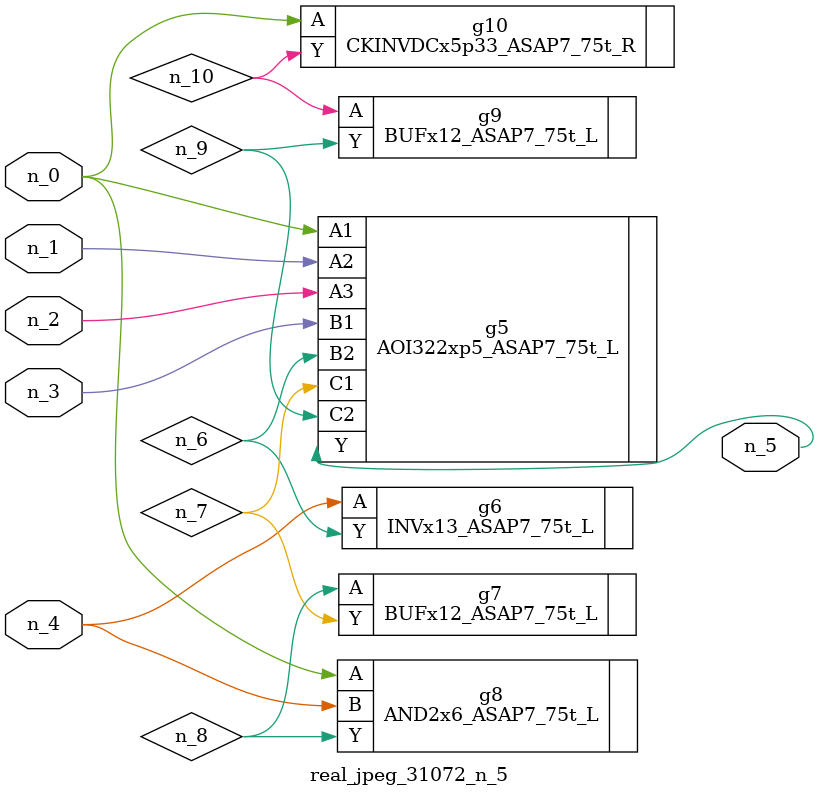
<source format=v>
module real_jpeg_31072_n_5 (n_4, n_0, n_1, n_2, n_3, n_5);

input n_4;
input n_0;
input n_1;
input n_2;
input n_3;

output n_5;

wire n_8;
wire n_6;
wire n_7;
wire n_10;
wire n_9;

AOI322xp5_ASAP7_75t_L g5 ( 
.A1(n_0),
.A2(n_1),
.A3(n_2),
.B1(n_3),
.B2(n_6),
.C1(n_7),
.C2(n_9),
.Y(n_5)
);

AND2x6_ASAP7_75t_L g8 ( 
.A(n_0),
.B(n_4),
.Y(n_8)
);

CKINVDCx5p33_ASAP7_75t_R g10 ( 
.A(n_0),
.Y(n_10)
);

INVx13_ASAP7_75t_L g6 ( 
.A(n_4),
.Y(n_6)
);

BUFx12_ASAP7_75t_L g7 ( 
.A(n_8),
.Y(n_7)
);

BUFx12_ASAP7_75t_L g9 ( 
.A(n_10),
.Y(n_9)
);


endmodule
</source>
